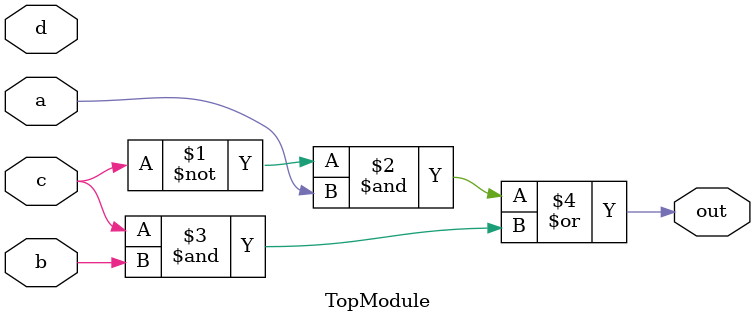
<source format=sv>
module TopModule (
    input  logic a,
    input  logic b,
    input  logic c,
    input  logic d,
    output logic out
);

    // Simplified logic expression derived from the Karnaugh map
    assign out = (~c & a) | (c & b);

endmodule
</source>
